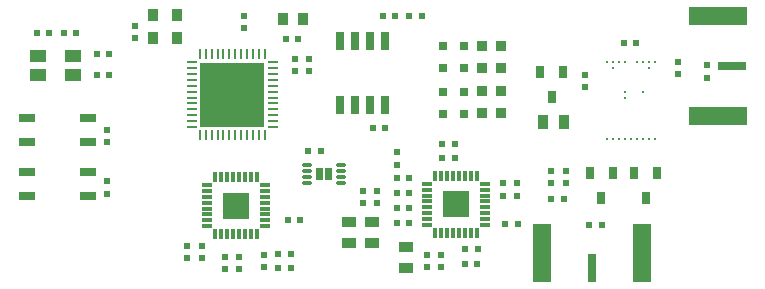
<source format=gtp>
G04*
G04 #@! TF.GenerationSoftware,Altium Limited,Altium Designer,21.2.2 (38)*
G04*
G04 Layer_Color=8421504*
%FSLAX44Y44*%
%MOMM*%
G71*
G04*
G04 #@! TF.SameCoordinates,E197076A-8C22-4D41-9B62-958370782F32*
G04*
G04*
G04 #@! TF.FilePolarity,Positive*
G04*
G01*
G75*
%ADD18R,0.6000X0.5000*%
%ADD19C,0.2000*%
%ADD20R,0.6500X1.1000*%
%ADD21R,0.8500X0.9500*%
%ADD22R,0.8000X0.8000*%
%ADD23R,0.6500X1.5250*%
%ADD24R,1.2500X0.9000*%
%ADD25R,0.9000X1.2500*%
%ADD26R,0.8500X1.0500*%
G04:AMPARAMS|DCode=27|XSize=0.86mm|YSize=0.26mm|CornerRadius=0.0325mm|HoleSize=0mm|Usage=FLASHONLY|Rotation=180.000|XOffset=0mm|YOffset=0mm|HoleType=Round|Shape=RoundedRectangle|*
%AMROUNDEDRECTD27*
21,1,0.8600,0.1950,0,0,180.0*
21,1,0.7950,0.2600,0,0,180.0*
1,1,0.0650,-0.3975,0.0975*
1,1,0.0650,0.3975,0.0975*
1,1,0.0650,0.3975,-0.0975*
1,1,0.0650,-0.3975,-0.0975*
%
%ADD27ROUNDEDRECTD27*%
G04:AMPARAMS|DCode=28|XSize=0.86mm|YSize=0.26mm|CornerRadius=0.0325mm|HoleSize=0mm|Usage=FLASHONLY|Rotation=90.000|XOffset=0mm|YOffset=0mm|HoleType=Round|Shape=RoundedRectangle|*
%AMROUNDEDRECTD28*
21,1,0.8600,0.1950,0,0,90.0*
21,1,0.7950,0.2600,0,0,90.0*
1,1,0.0650,0.0975,0.3975*
1,1,0.0650,0.0975,-0.3975*
1,1,0.0650,-0.0975,-0.3975*
1,1,0.0650,-0.0975,0.3975*
%
%ADD28ROUNDEDRECTD28*%
%ADD29R,5.5000X5.5000*%
%ADD30R,0.8500X0.2500*%
%ADD31R,0.2500X0.8500*%
%ADD32R,0.9000X1.0000*%
%ADD33R,1.4000X1.1000*%
%ADD34R,0.5000X0.6000*%
%ADD35R,1.4500X0.7000*%
G04:AMPARAMS|DCode=36|XSize=0.84mm|YSize=0.27mm|CornerRadius=0.0675mm|HoleSize=0mm|Usage=FLASHONLY|Rotation=0.000|XOffset=0mm|YOffset=0mm|HoleType=Round|Shape=RoundedRectangle|*
%AMROUNDEDRECTD36*
21,1,0.8400,0.1350,0,0,0.0*
21,1,0.7050,0.2700,0,0,0.0*
1,1,0.1350,0.3525,-0.0675*
1,1,0.1350,-0.3525,-0.0675*
1,1,0.1350,-0.3525,0.0675*
1,1,0.1350,0.3525,0.0675*
%
%ADD36ROUNDEDRECTD36*%
%ADD37R,0.7000X2.3500*%
%ADD38R,1.6000X4.9000*%
%ADD39R,4.9000X1.6000*%
%ADD40R,2.3500X0.7000*%
G36*
X202500Y79545D02*
X224545D01*
Y57500D01*
X202500D01*
Y79545D01*
D02*
G37*
G36*
X287600Y90600D02*
X281700D01*
Y100400D01*
X287600D01*
Y90600D01*
D02*
G37*
G36*
X295000D02*
X289100D01*
Y100400D01*
X295000D01*
Y90600D01*
D02*
G37*
G36*
X389000Y80545D02*
X411045D01*
Y58500D01*
X389000D01*
Y80545D01*
D02*
G37*
D18*
X127999Y210251D02*
D03*
Y220750D02*
D03*
X387499Y16251D02*
D03*
Y26750D02*
D03*
X374999Y16251D02*
D03*
Y26750D02*
D03*
X350001Y113749D02*
D03*
Y103250D02*
D03*
X509501Y179249D02*
D03*
Y168750D02*
D03*
X588001Y190249D02*
D03*
Y179750D02*
D03*
X439500Y77000D02*
D03*
Y87500D02*
D03*
X451500Y77000D02*
D03*
Y87500D02*
D03*
X492999Y87251D02*
D03*
Y97750D02*
D03*
X332999Y70751D02*
D03*
Y81250D02*
D03*
X320999Y70751D02*
D03*
Y81250D02*
D03*
X480499Y87251D02*
D03*
Y97750D02*
D03*
X237499Y16251D02*
D03*
Y26750D02*
D03*
X172499Y23751D02*
D03*
Y34250D02*
D03*
X184499Y23751D02*
D03*
Y34250D02*
D03*
X204001Y25249D02*
D03*
Y14750D02*
D03*
X263501Y192749D02*
D03*
Y182250D02*
D03*
X275501Y192749D02*
D03*
Y182250D02*
D03*
X103999Y132750D02*
D03*
Y122251D02*
D03*
X611999Y187250D02*
D03*
Y176751D02*
D03*
X103999Y89250D02*
D03*
Y78751D02*
D03*
X216001Y14750D02*
D03*
Y25249D02*
D03*
X220751Y218750D02*
D03*
Y229249D02*
D03*
D19*
X568000Y125000D02*
D03*
X563000D02*
D03*
X558000D02*
D03*
X553000D02*
D03*
X548000D02*
D03*
X543000D02*
D03*
X538000D02*
D03*
X533000D02*
D03*
X528000D02*
D03*
X543000Y160000D02*
D03*
X558000Y165000D02*
D03*
X543000D02*
D03*
X563000Y185000D02*
D03*
X533000D02*
D03*
X568000Y190000D02*
D03*
X563000D02*
D03*
X558000D02*
D03*
X553000D02*
D03*
X543000D02*
D03*
X538000D02*
D03*
X533000D02*
D03*
X528000D02*
D03*
D20*
X570100Y96000D02*
D03*
X550900D02*
D03*
X560500Y75000D02*
D03*
X532600Y96000D02*
D03*
X513400D02*
D03*
X523000Y75000D02*
D03*
X490599Y181501D02*
D03*
X471399D02*
D03*
X480999Y160501D02*
D03*
D21*
X422249Y146749D02*
D03*
X438249D02*
D03*
X422249Y184749D02*
D03*
X438249D02*
D03*
X422249Y165749D02*
D03*
X438249D02*
D03*
X422249Y203749D02*
D03*
X438249D02*
D03*
D22*
X389000Y164750D02*
D03*
X406500D02*
D03*
X389000Y146250D02*
D03*
X406500D02*
D03*
X389000Y184750D02*
D03*
X406500D02*
D03*
X389000Y203250D02*
D03*
X406500D02*
D03*
D23*
X339550Y208120D02*
D03*
X326850D02*
D03*
X314150D02*
D03*
X301450D02*
D03*
Y153880D02*
D03*
X314150D02*
D03*
X326850D02*
D03*
X339550D02*
D03*
D24*
X357500Y15500D02*
D03*
Y33500D02*
D03*
X329000Y37000D02*
D03*
Y55000D02*
D03*
X309000Y37000D02*
D03*
Y55000D02*
D03*
D25*
X491500Y139500D02*
D03*
X473500D02*
D03*
D26*
X253500Y226500D02*
D03*
X270500D02*
D03*
D27*
X189150Y51000D02*
D03*
Y56000D02*
D03*
Y61000D02*
D03*
Y66000D02*
D03*
Y71000D02*
D03*
Y76000D02*
D03*
Y81000D02*
D03*
Y86000D02*
D03*
X237850D02*
D03*
Y81000D02*
D03*
Y76000D02*
D03*
Y71000D02*
D03*
Y66000D02*
D03*
Y61000D02*
D03*
Y56000D02*
D03*
Y51000D02*
D03*
X375650Y52000D02*
D03*
Y57000D02*
D03*
Y62000D02*
D03*
Y67000D02*
D03*
Y72000D02*
D03*
Y77000D02*
D03*
Y82000D02*
D03*
Y87000D02*
D03*
X424350D02*
D03*
Y82000D02*
D03*
Y77000D02*
D03*
Y72000D02*
D03*
Y67000D02*
D03*
Y62000D02*
D03*
Y57000D02*
D03*
Y52000D02*
D03*
D28*
X196000Y92850D02*
D03*
X201000D02*
D03*
X206000D02*
D03*
X211000D02*
D03*
X216000D02*
D03*
X221000D02*
D03*
X226000D02*
D03*
X231000D02*
D03*
X196000Y44150D02*
D03*
X201000D02*
D03*
X206000D02*
D03*
X211000D02*
D03*
X216000D02*
D03*
X221000D02*
D03*
X226000D02*
D03*
X231000D02*
D03*
X382500Y93850D02*
D03*
X387500D02*
D03*
X392500D02*
D03*
X397500D02*
D03*
X402500D02*
D03*
X407500D02*
D03*
X412500D02*
D03*
X417500D02*
D03*
X382500Y45150D02*
D03*
X387500D02*
D03*
X392500D02*
D03*
X397500D02*
D03*
X402500D02*
D03*
X407500D02*
D03*
X412500D02*
D03*
X417500D02*
D03*
D29*
X210500Y162500D02*
D03*
D30*
X176000Y135000D02*
D03*
Y140000D02*
D03*
Y145000D02*
D03*
Y150000D02*
D03*
Y155000D02*
D03*
Y160000D02*
D03*
Y165000D02*
D03*
Y170000D02*
D03*
Y175000D02*
D03*
Y180000D02*
D03*
Y185000D02*
D03*
Y190000D02*
D03*
X245000D02*
D03*
Y185000D02*
D03*
Y180000D02*
D03*
Y175000D02*
D03*
Y170000D02*
D03*
Y165000D02*
D03*
Y160000D02*
D03*
Y155000D02*
D03*
Y150000D02*
D03*
Y145000D02*
D03*
Y140000D02*
D03*
Y135000D02*
D03*
D31*
X183000Y197000D02*
D03*
X188000D02*
D03*
X193000D02*
D03*
X198000D02*
D03*
X203000D02*
D03*
X208000D02*
D03*
X213000D02*
D03*
X218000D02*
D03*
X223000D02*
D03*
X228000D02*
D03*
X233000D02*
D03*
X238000D02*
D03*
Y128000D02*
D03*
X233000D02*
D03*
X228000D02*
D03*
X223000D02*
D03*
X218000D02*
D03*
X213000D02*
D03*
X208000D02*
D03*
X203000D02*
D03*
X198000D02*
D03*
X193000D02*
D03*
X188000D02*
D03*
X183000D02*
D03*
D32*
X143000Y229500D02*
D03*
Y210500D02*
D03*
X164000D02*
D03*
Y229500D02*
D03*
D33*
X46000Y195000D02*
D03*
Y179000D02*
D03*
X76000Y195000D02*
D03*
Y179000D02*
D03*
D34*
X349751Y66501D02*
D03*
X360250D02*
D03*
X349751Y53501D02*
D03*
X360250D02*
D03*
X388244Y120950D02*
D03*
X398744D02*
D03*
X388244Y108950D02*
D03*
X398744D02*
D03*
X552249Y206499D02*
D03*
X541750D02*
D03*
X257251Y56501D02*
D03*
X267750D02*
D03*
X491249Y73999D02*
D03*
X480750D02*
D03*
X417749Y19499D02*
D03*
X407250D02*
D03*
X407751Y32001D02*
D03*
X418250D02*
D03*
X285249Y114999D02*
D03*
X274750D02*
D03*
X339749Y134499D02*
D03*
X329250D02*
D03*
X266249Y209999D02*
D03*
X255750D02*
D03*
X512750Y51999D02*
D03*
X523249D02*
D03*
X349750Y79499D02*
D03*
X360249D02*
D03*
X349750Y91999D02*
D03*
X360249D02*
D03*
X249500Y15500D02*
D03*
X260000D02*
D03*
X441750Y52999D02*
D03*
X452249D02*
D03*
X249419Y27267D02*
D03*
X259919D02*
D03*
X360250Y228999D02*
D03*
X370749D02*
D03*
X337750D02*
D03*
X348249D02*
D03*
X106250Y179001D02*
D03*
X95751D02*
D03*
X106250Y197001D02*
D03*
X95751D02*
D03*
X78250Y215001D02*
D03*
X67751D02*
D03*
X55250D02*
D03*
X44751D02*
D03*
D35*
X88000Y76500D02*
D03*
Y97000D02*
D03*
X36500Y76500D02*
D03*
Y97000D02*
D03*
X88000Y122000D02*
D03*
Y142500D02*
D03*
X36500Y122000D02*
D03*
Y142500D02*
D03*
D36*
X274000Y103000D02*
D03*
Y98000D02*
D03*
Y93000D02*
D03*
Y88000D02*
D03*
X302700D02*
D03*
Y93000D02*
D03*
Y98000D02*
D03*
Y103000D02*
D03*
D37*
X515000Y16000D02*
D03*
D38*
X557500Y28250D02*
D03*
X472500D02*
D03*
D39*
X621750Y144000D02*
D03*
Y229000D02*
D03*
D40*
X634000Y186500D02*
D03*
M02*

</source>
